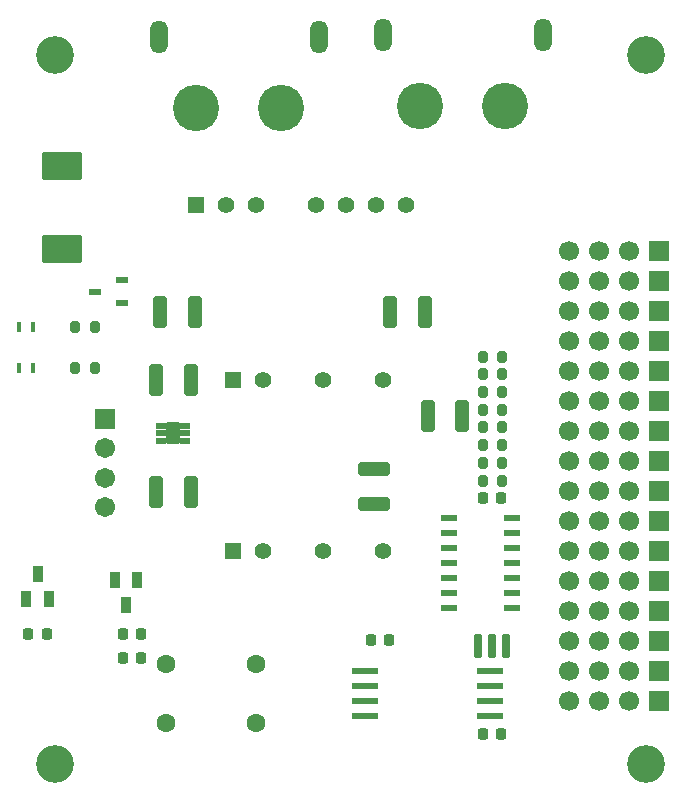
<source format=gts>
%TF.GenerationSoftware,KiCad,Pcbnew,9.0.4*%
%TF.CreationDate,2025-09-17T23:57:15+09:00*%
%TF.ProjectId,CAN_Isolation_mini,43414e5f-4973-46f6-9c61-74696f6e5f6d,Ver.1.0*%
%TF.SameCoordinates,Original*%
%TF.FileFunction,Soldermask,Top*%
%TF.FilePolarity,Negative*%
%FSLAX46Y46*%
G04 Gerber Fmt 4.6, Leading zero omitted, Abs format (unit mm)*
G04 Created by KiCad (PCBNEW 9.0.4) date 2025-09-17 23:57:15*
%MOMM*%
%LPD*%
G01*
G04 APERTURE LIST*
G04 Aperture macros list*
%AMRoundRect*
0 Rectangle with rounded corners*
0 $1 Rounding radius*
0 $2 $3 $4 $5 $6 $7 $8 $9 X,Y pos of 4 corners*
0 Add a 4 corners polygon primitive as box body*
4,1,4,$2,$3,$4,$5,$6,$7,$8,$9,$2,$3,0*
0 Add four circle primitives for the rounded corners*
1,1,$1+$1,$2,$3*
1,1,$1+$1,$4,$5*
1,1,$1+$1,$6,$7*
1,1,$1+$1,$8,$9*
0 Add four rect primitives between the rounded corners*
20,1,$1+$1,$2,$3,$4,$5,0*
20,1,$1+$1,$4,$5,$6,$7,0*
20,1,$1+$1,$6,$7,$8,$9,0*
20,1,$1+$1,$8,$9,$2,$3,0*%
G04 Aperture macros list end*
%ADD10RoundRect,0.102000X-1.550000X1.100000X-1.550000X-1.100000X1.550000X-1.100000X1.550000X1.100000X0*%
%ADD11RoundRect,0.225000X-0.225000X-0.250000X0.225000X-0.250000X0.225000X0.250000X-0.225000X0.250000X0*%
%ADD12RoundRect,0.200000X-0.200000X-0.275000X0.200000X-0.275000X0.200000X0.275000X-0.200000X0.275000X0*%
%ADD13C,3.200000*%
%ADD14R,2.253927X0.622132*%
%ADD15R,1.700000X1.700000*%
%ADD16C,1.700000*%
%ADD17RoundRect,0.102000X-0.754000X0.754000X-0.754000X-0.754000X0.754000X-0.754000X0.754000X0.754000X0*%
%ADD18C,1.712000*%
%ADD19RoundRect,0.102000X0.345000X0.160000X-0.345000X0.160000X-0.345000X-0.160000X0.345000X-0.160000X0*%
%ADD20RoundRect,0.102000X0.500000X0.800000X-0.500000X0.800000X-0.500000X-0.800000X0.500000X-0.800000X0*%
%ADD21RoundRect,0.250000X-0.325000X-1.100000X0.325000X-1.100000X0.325000X1.100000X-0.325000X1.100000X0*%
%ADD22C,1.600000*%
%ADD23C,3.920000*%
%ADD24O,1.504000X2.804000*%
%ADD25R,1.016000X0.558800*%
%ADD26RoundRect,0.100500X0.301500X-0.616500X0.301500X0.616500X-0.301500X0.616500X-0.301500X-0.616500X0*%
%ADD27R,0.393700X0.812800*%
%ADD28R,1.397000X1.397000*%
%ADD29C,1.397000*%
%ADD30R,1.397000X0.558800*%
%ADD31RoundRect,0.225000X0.225000X0.250000X-0.225000X0.250000X-0.225000X-0.250000X0.225000X-0.250000X0*%
%ADD32RoundRect,0.250000X0.325000X1.100000X-0.325000X1.100000X-0.325000X-1.100000X0.325000X-1.100000X0*%
%ADD33RoundRect,0.102000X0.200000X0.950000X-0.200000X0.950000X-0.200000X-0.950000X0.200000X-0.950000X0*%
%ADD34RoundRect,0.250000X-1.100000X0.325000X-1.100000X-0.325000X1.100000X-0.325000X1.100000X0.325000X0*%
%ADD35RoundRect,0.100500X-0.301500X0.616500X-0.301500X-0.616500X0.301500X-0.616500X0.301500X0.616500X0*%
G04 APERTURE END LIST*
D10*
%TO.C,D3*%
X94234000Y-72192000D03*
X94234000Y-79192000D03*
%TD*%
D11*
%TO.C,C7*%
X129882095Y-100294905D03*
X131432095Y-100294905D03*
%TD*%
D12*
%TO.C,R9*%
X95332095Y-89294905D03*
X96982095Y-89294905D03*
%TD*%
D13*
%TO.C,REF\u002A\u002A*%
X143657095Y-62785000D03*
%TD*%
D14*
%TO.C,U2*%
X130457618Y-118699905D03*
X130457618Y-117429905D03*
X130457618Y-116159905D03*
X130457618Y-114889905D03*
X119856572Y-114889905D03*
X119856572Y-116159905D03*
X119856572Y-117429905D03*
X119856572Y-118699905D03*
%TD*%
D15*
%TO.C,J6*%
X144810000Y-89500000D03*
D16*
X142270000Y-89500000D03*
X139730000Y-89500000D03*
X137190000Y-89500000D03*
%TD*%
D13*
%TO.C,REF\u002A\u002A*%
X93657095Y-122794905D03*
%TD*%
D15*
%TO.C,J3*%
X144810000Y-81880000D03*
D16*
X142270000Y-81880000D03*
X139730000Y-81880000D03*
X137190000Y-81880000D03*
%TD*%
D17*
%TO.C,J1*%
X97857095Y-93544905D03*
D18*
X97857095Y-96044905D03*
X97857095Y-98544905D03*
X97857095Y-101044905D03*
%TD*%
D11*
%TO.C,C10*%
X91382095Y-111794905D03*
X92932095Y-111794905D03*
%TD*%
D15*
%TO.C,J8*%
X144810000Y-94580000D03*
D16*
X142270000Y-94580000D03*
X139730000Y-94580000D03*
X137190000Y-94580000D03*
%TD*%
D15*
%TO.C,J11*%
X144810000Y-102200000D03*
D16*
X142270000Y-102200000D03*
X139730000Y-102200000D03*
X137190000Y-102200000D03*
%TD*%
D15*
%TO.C,J17*%
X144810000Y-117440000D03*
D16*
X142270000Y-117440000D03*
X139730000Y-117440000D03*
X137190000Y-117440000D03*
%TD*%
D19*
%TO.C,U5*%
X104677095Y-95444905D03*
X104677095Y-94794905D03*
X104677095Y-94144905D03*
X102637095Y-94144905D03*
X102637095Y-94794905D03*
X102637095Y-95444905D03*
D20*
X103657095Y-94794905D03*
%TD*%
D15*
%TO.C,J15*%
X144810000Y-112360000D03*
D16*
X142270000Y-112360000D03*
X139730000Y-112360000D03*
X137190000Y-112360000D03*
%TD*%
D15*
%TO.C,J13*%
X144810000Y-107280000D03*
D16*
X142270000Y-107280000D03*
X139730000Y-107280000D03*
X137190000Y-107280000D03*
%TD*%
D21*
%TO.C,C2*%
X102182095Y-99794905D03*
X105132095Y-99794905D03*
%TD*%
D22*
%TO.C,R12*%
X103037095Y-114294905D03*
X110657095Y-114294905D03*
%TD*%
D11*
%TO.C,C5*%
X129882095Y-120294905D03*
X131432095Y-120294905D03*
%TD*%
D23*
%TO.C,J21*%
X112801000Y-67214000D03*
X105601000Y-67214000D03*
D24*
X115951000Y-61214000D03*
X102451000Y-61214000D03*
%TD*%
D25*
%TO.C,U6*%
X99300095Y-83744906D03*
X99300095Y-81844904D03*
X97014095Y-82794905D03*
%TD*%
D15*
%TO.C,J16*%
X144810000Y-114900000D03*
D16*
X142270000Y-114900000D03*
X139730000Y-114900000D03*
X137190000Y-114900000D03*
%TD*%
D15*
%TO.C,J7*%
X144810000Y-92040000D03*
D16*
X142270000Y-92040000D03*
X139730000Y-92040000D03*
X137190000Y-92040000D03*
%TD*%
D11*
%TO.C,C11*%
X99382095Y-111794905D03*
X100932095Y-111794905D03*
%TD*%
D26*
%TO.C,D1*%
X91207095Y-108854905D03*
X93107095Y-108854905D03*
X92157095Y-106734905D03*
%TD*%
D27*
%TO.C,LED2*%
X91760345Y-85794905D03*
X90553845Y-85794905D03*
%TD*%
D15*
%TO.C,J10*%
X144810000Y-99660000D03*
D16*
X142270000Y-99660000D03*
X139730000Y-99660000D03*
X137190000Y-99660000D03*
%TD*%
D13*
%TO.C,REF\u002A\u002A*%
X143657095Y-122794905D03*
%TD*%
D21*
%TO.C,C8*%
X102525000Y-84500000D03*
X105475000Y-84500000D03*
%TD*%
D28*
%TO.C,U3*%
X108680095Y-90270905D03*
D29*
X111220095Y-90270905D03*
X116300095Y-90270905D03*
X121380095Y-90270905D03*
%TD*%
D28*
%TO.C,U4*%
X108680095Y-104770905D03*
D29*
X111220095Y-104770905D03*
X116300095Y-104770905D03*
X121380095Y-104770905D03*
%TD*%
D15*
%TO.C,J9*%
X144810000Y-97120000D03*
D16*
X142270000Y-97120000D03*
X139730000Y-97120000D03*
X137190000Y-97120000D03*
%TD*%
D12*
%TO.C,R5*%
X129832095Y-92794905D03*
X131482095Y-92794905D03*
%TD*%
%TO.C,R3*%
X129832095Y-95794905D03*
X131482095Y-95794905D03*
%TD*%
D30*
%TO.C,U1*%
X127002795Y-101984905D03*
X127002795Y-103254905D03*
X127002795Y-104524905D03*
X127002795Y-105794905D03*
X127002795Y-107064905D03*
X127002795Y-108334905D03*
X127002795Y-109604905D03*
X132311395Y-109604905D03*
X132311395Y-108334905D03*
X132311395Y-107064905D03*
X132311395Y-105794905D03*
X132311395Y-104524905D03*
X132311395Y-103254905D03*
X132311395Y-101984905D03*
%TD*%
D27*
%TO.C,LED1*%
X91760345Y-89294905D03*
X90553845Y-89294905D03*
%TD*%
D28*
%TO.C,U7*%
X105610000Y-75500000D03*
D29*
X108150000Y-75500000D03*
X110690000Y-75500000D03*
X115770000Y-75500000D03*
X118310000Y-75500000D03*
X120850000Y-75500000D03*
X123390000Y-75500000D03*
%TD*%
D12*
%TO.C,R2*%
X129832095Y-97294905D03*
X131482095Y-97294905D03*
%TD*%
D21*
%TO.C,C1*%
X102182095Y-90294905D03*
X105132095Y-90294905D03*
%TD*%
D31*
%TO.C,C6*%
X121932095Y-112294905D03*
X120382095Y-112294905D03*
%TD*%
%TO.C,C12*%
X100932095Y-113794905D03*
X99382095Y-113794905D03*
%TD*%
D22*
%TO.C,R11*%
X110657095Y-119294905D03*
X103037095Y-119294905D03*
%TD*%
D32*
%TO.C,C3*%
X128132095Y-93294905D03*
X125182095Y-93294905D03*
%TD*%
D13*
%TO.C,REF\u002A\u002A*%
X93657095Y-62794905D03*
%TD*%
D15*
%TO.C,J2*%
X144810000Y-79340000D03*
D16*
X142270000Y-79340000D03*
X139730000Y-79340000D03*
X137190000Y-79340000D03*
%TD*%
D15*
%TO.C,J5*%
X144810000Y-86960000D03*
D16*
X142270000Y-86960000D03*
X139730000Y-86960000D03*
X137190000Y-86960000D03*
%TD*%
D33*
%TO.C,Y1*%
X131857095Y-112794905D03*
X130657095Y-112794905D03*
X129457095Y-112794905D03*
%TD*%
D34*
%TO.C,C4*%
X120657095Y-97819905D03*
X120657095Y-100769905D03*
%TD*%
D32*
%TO.C,C9*%
X124975000Y-84500000D03*
X122025000Y-84500000D03*
%TD*%
D35*
%TO.C,D2*%
X100607095Y-107234905D03*
X98707095Y-107234905D03*
X99657095Y-109354905D03*
%TD*%
D15*
%TO.C,J14*%
X144810000Y-109820000D03*
D16*
X142270000Y-109820000D03*
X139730000Y-109820000D03*
X137190000Y-109820000D03*
%TD*%
D15*
%TO.C,J4*%
X144810000Y-84420000D03*
D16*
X142270000Y-84420000D03*
X139730000Y-84420000D03*
X137190000Y-84420000D03*
%TD*%
D15*
%TO.C,J12*%
X144810000Y-104740000D03*
D16*
X142270000Y-104740000D03*
X139730000Y-104740000D03*
X137190000Y-104740000D03*
%TD*%
D12*
%TO.C,R10*%
X95332095Y-85794905D03*
X96982095Y-85794905D03*
%TD*%
%TO.C,R6*%
X129832095Y-91294905D03*
X131482095Y-91294905D03*
%TD*%
%TO.C,R1*%
X129832095Y-98794905D03*
X131482095Y-98794905D03*
%TD*%
%TO.C,R7*%
X129832095Y-88294905D03*
X131482095Y-88294905D03*
%TD*%
%TO.C,R8*%
X129832095Y-89794905D03*
X131482095Y-89794905D03*
%TD*%
D23*
%TO.C,J22*%
X131762000Y-67087000D03*
X124562000Y-67087000D03*
D24*
X134912000Y-61087000D03*
X121412000Y-61087000D03*
%TD*%
D12*
%TO.C,R4*%
X129832095Y-94294905D03*
X131482095Y-94294905D03*
%TD*%
M02*

</source>
